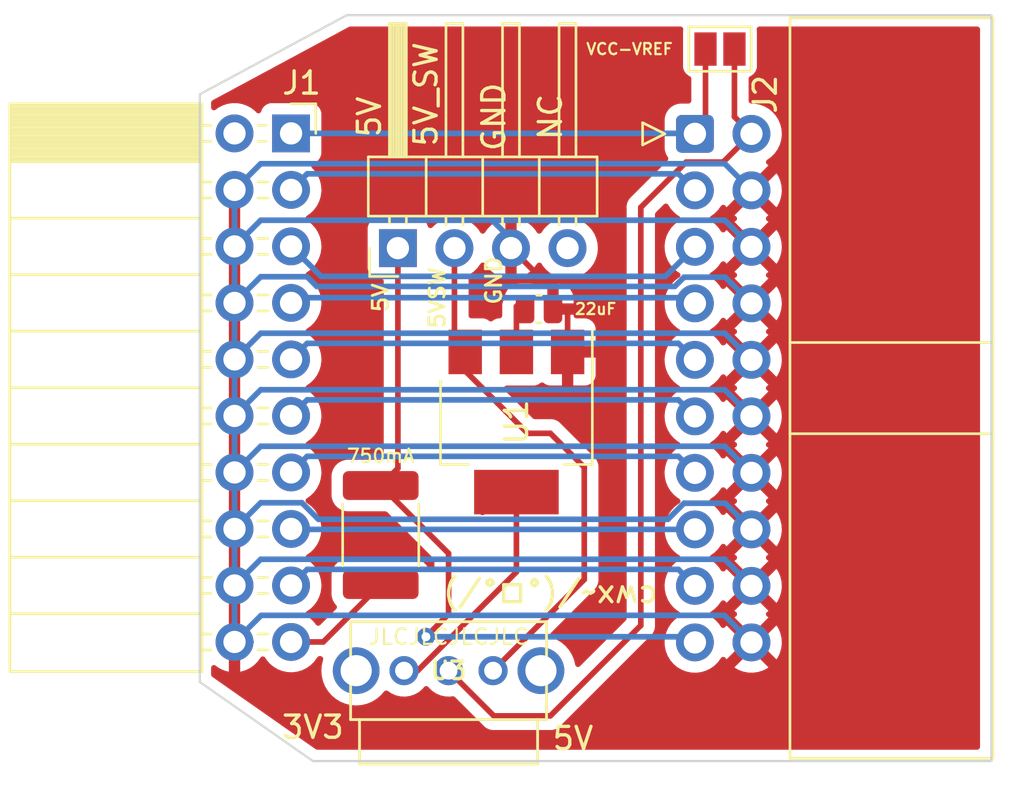
<source format=kicad_pcb>
(kicad_pcb (version 20211014) (generator pcbnew)
  (layers (0 "F.Cu" signal) (31 "B.Cu" signal) (34 "B.Paste" user) (35 "F.Paste" user) (36 "B.SilkS" user "B.Silkscreen") (37 "F.SilkS" user "F.Silkscreen") (38 "B.Mask" user) (39 "F.Mask" user) (44 "Edge.Cuts" user))
  (net 0 "")
  (net 1 "/VTref")
  (net 2 "/VCC")
  (net 3 "/nTRST")
  (net 4 "/GND")
  (net 5 "/TDI")
  (net 6 "/TMS")
  (net 7 "/TCK")
  (net 8 "/RTCK")
  (net 9 "/TDO")
  (net 10 "/nSRST")
  (net 11 "/DBGRQ")
  (net 12 "/5V")
  (net 13 "/3V3")
  (net 14 "/NC")
  (net 15 "/5V_SW")
  (net 17 "Net-(F1-Pad2)")
  (footprint "Resistor_SMD:R_1812_4532Metric_Pad1.30x3.40mm_HandSolder" (layer "F.Cu") (at 64.008 81.28 -90)
    (fp_text reference "750mA" (at -3.556 0) (layer "F.SilkS") (effects (font (size 0.6 0.6) (thickness 0.1))))
    (fp_text value "Polyfuse")
    (fp_line (start -1.386252 -1.71) (end 1.386252 -1.71) (layer "F.SilkS") (width 0.12))
    (fp_line (start -1.386252 1.71) (end 1.386252 1.71) (layer "F.SilkS") (width 0.12))
    (pad "1" smd roundrect (at -2.225 0 270) (size 1.3 3.4) (layers "F.Cu" "F.Paste" "F.Mask") (roundrect_rratio 0.1923076923) (net 12 "/5V"))
    (pad "2" smd roundrect (at 2.225 0 270) (size 1.3 3.4) (layers "F.Cu" "F.Paste" "F.Mask") (roundrect_rratio 0.1923076923) (net 17 "Net-(F1-Pad2)"))
  )
  (footprint "SK12D07VG4:SK12D07VG4" (layer "F.Cu") (at 67.056 87.376)
    (fp_text reference "U3" (at 0 0) (layer "F.SilkS") (effects (font (size 0.787402 0.787402))))
    (fp_text value "SK12D07VG4")
    (fp_line (start -4 4.2) (end 4 4.2) (layer "F.SilkS") (width 0.127))
    (fp_line (start 4.4 2.2) (end 4 2.2) (layer "F.SilkS") (width 0.127))
    (fp_line (start -4 2.2) (end -4.4 2.2) (layer "F.SilkS") (width 0.127))
    (fp_line (start 4 4.2) (end 4 2.2) (layer "F.SilkS") (width 0.127))
    (fp_line (start -4 2.2) (end -4 4.2) (layer "F.SilkS") (width 0.127))
    (fp_line (start -4.4 2.2) (end -4.4 -2.2) (layer "F.SilkS") (width 0.127))
    (fp_line (start -4.4 -2.2) (end 4.4 -2.2) (layer "F.SilkS") (width 0.127))
    (fp_line (start 4 2.2) (end -4 2.2) (layer "F.SilkS") (width 0.127))
    (fp_line (start 4.4 -2.2) (end 4.4 2.2) (layer "F.SilkS") (width 0.127))
    (pad "1" thru_hole circle locked (at -2 0) (size 1.308 1.308) (drill 0.8) (layers *.Cu *.Mask) (net 13 "/3V3"))
    (pad "2" thru_hole circle locked (at 2 0) (size 1.308 1.308) (drill 0.8) (layers *.Cu *.Mask) (net 15 "/5V_SW"))
    (pad "COM" thru_hole circle locked (at 0 0) (size 1.308 1.308) (drill 0.8) (layers *.Cu *.Mask) (net 2 "/VCC"))
    (pad "M1" thru_hole circle locked (at -4.15 0) (size 2.1 2.1) (drill 1.4) (layers *.Cu *.Mask))
    (pad "M2" thru_hole circle locked (at 4.15 0) (size 2.1 2.1) (drill 1.4) (layers *.Cu *.Mask))
  )
  (footprint "Capacitor_SMD:C_0504_1310Metric_Pad0.83x1.28mm_HandSolder" (layer "F.Cu") (at 71.12 71.122)
    (fp_text reference "22uF" (at 2.54 -0.002 180) (layer "F.SilkS") (effects (font (size 0.5 0.5) (thickness 0.1))))
    (fp_text value "22uF")
    (fp_line (start -0.101969 -0.62) (end 0.101969 -0.62) (layer "F.SilkS") (width 0.12))
    (fp_line (start -0.101969 0.62) (end 0.101969 0.62) (layer "F.SilkS") (width 0.12))
    (pad "1" smd roundrect (at -0.6275 0) (size 0.835 1.28) (layers "F.Cu" "F.Paste" "F.Mask") (net 13 "/3V3"))
    (pad "2" smd roundrect (at 0.6275 0) (size 0.835 1.28) (layers "F.Cu" "F.Paste" "F.Mask") (net 4 "/GND"))
  )
  (footprint "Connector_PinSocket_2.54mm:PinSocket_2x10_P2.54mm_Horizontal" (layer "F.Cu") (at 59.981 63.226)
    (fp_text reference "J1" (at 0.471 -2.266) (layer "F.SilkS"))
    (fp_text value "JLINK IN")
    (fp_line (start -12.63 0.089045) (end -4 0.089045) (layer "F.SilkS") (width 0.12))
    (fp_line (start -12.63 0.561425) (end -4 0.561425) (layer "F.SilkS") (width 0.12))
    (fp_line (start -1.49 7.26) (end -1.05 7.26) (layer "F.SilkS") (width 0.12))
    (fp_line (start -12.63 -0.619525) (end -4 -0.619525) (layer "F.SilkS") (width 0.12))
    (fp_line (start -12.63 -1.33) (end -12.63 24.19) (layer "F.SilkS") (width 0.12))
    (fp_line (start -12.63 0.797615) (end -4 0.797615) (layer "F.SilkS") (width 0.12))
    (fp_line (start -4 23.22) (end -3.59 23.22) (layer "F.SilkS") (width 0.12))
    (fp_line (start -1.49 -0.36) (end -1.11 -0.36) (layer "F.SilkS") (width 0.12))
    (fp_line (start -12.63 -1.21) (end -4 -1.21) (layer "F.SilkS") (width 0.12))
    (fp_line (start -4 20.68) (end -3.59 20.68) (layer "F.SilkS") (width 0.12))
    (fp_line (start -12.63 -0.50143) (end -4 -0.50143) (layer "F.SilkS") (width 0.12))
    (fp_line (start -12.63 -0.147145) (end -4 -0.147145) (layer "F.SilkS") (width 0.12))
    (fp_line (start -12.63 -1.091905) (end -4 -1.091905) (layer "F.SilkS") (width 0.12))
    (fp_line (start -4 15.6) (end -3.59 15.6) (layer "F.SilkS") (width 0.12))
    (fp_line (start -1.49 7.98) (end -1.05 7.98) (layer "F.SilkS") (width 0.12))
    (fp_line (start -4 -0.36) (end -3.59 -0.36) (layer "F.SilkS") (width 0.12))
    (fp_line (start -4 4.72) (end -3.59 4.72) (layer "F.SilkS") (width 0.12))
    (fp_line (start -12.63 13.97) (end -4 13.97) (layer "F.SilkS") (width 0.12))
    (fp_line (start -4 22.5) (end -3.59 22.5) (layer "F.SilkS") (width 0.12))
    (fp_line (start -12.63 16.51) (end -4 16.51) (layer "F.SilkS") (width 0.12))
    (fp_line (start -1.49 23.22) (end -1.05 23.22) (layer "F.SilkS") (width 0.12))
    (fp_line (start -1.49 9.8) (end -1.05 9.8) (layer "F.SilkS") (width 0.12))
    (fp_line (start -12.63 -0.26524) (end -4 -0.26524) (layer "F.SilkS") (width 0.12))
    (fp_line (start -4 10.52) (end -3.59 10.52) (layer "F.SilkS") (width 0.12))
    (fp_line (start -4 0.36) (end -3.59 0.36) (layer "F.SilkS") (width 0.12))
    (fp_line (start -12.63 19.05) (end -4 19.05) (layer "F.SilkS") (width 0.12))
    (fp_line (start -1.49 17.42) (end -1.05 17.42) (layer "F.SilkS") (width 0.12))
    (fp_line (start -12.63 1.1519) (end -4 1.1519) (layer "F.SilkS") (width 0.12))
    (fp_line (start -4 17.42) (end -3.59 17.42) (layer "F.SilkS") (width 0.12))
    (fp_line (start -4 9.8) (end -3.59 9.8) (layer "F.SilkS") (width 0.12))
    (fp_line (start -12.63 -0.73762) (end -4 -0.73762) (layer "F.SilkS") (width 0.12))
    (fp_line (start -1.49 15.6) (end -1.05 15.6) (layer "F.SilkS") (width 0.12))
    (fp_line (start -1.49 22.5) (end -1.05 22.5) (layer "F.SilkS") (width 0.12))
    (fp_line (start -1.49 13.06) (end -1.05 13.06) (layer "F.SilkS") (width 0.12))
    (fp_line (start -12.63 11.43) (end -4 11.43) (layer "F.SilkS") (width 0.12))
    (fp_line (start -12.63 21.59) (end -4 21.59) (layer "F.SilkS") (width 0.12))
    (fp_line (start -12.63 0.20714) (end -4 0.20714) (layer "F.SilkS") (width 0.12))
    (fp_line (start -12.63 6.35) (end -4 6.35) (layer "F.SilkS") (width 0.12))
    (fp_line (start -12.63 24.19) (end -4 24.19) (layer "F.SilkS") (width 0.12))
    (fp_line (start -4 5.44) (end -3.59 5.44) (layer "F.SilkS") (width 0.12))
    (fp_line (start 1.11 -1.33) (end 1.11 0) (layer "F.SilkS") (width 0.12))
    (fp_line (start -4 18.14) (end -3.59 18.14) (layer "F.SilkS") (width 0.12))
    (fp_line (start -4 2.9) (end -3.59 2.9) (layer "F.SilkS") (width 0.12))
    (fp_line (start -12.63 0.44333) (end -4 0.44333) (layer "F.SilkS") (width 0.12))
    (fp_line (start -4 19.96) (end -3.59 19.96) (layer "F.SilkS") (width 0.12))
    (fp_line (start -4 -1.33) (end -4 24.19) (layer "F.SilkS") (width 0.12))
    (fp_line (start -4 2.18) (end -3.59 2.18) (layer "F.SilkS") (width 0.12))
    (fp_line (start -4 7.98) (end -3.59 7.98) (layer "F.SilkS") (width 0.12))
    (fp_line (start 0 -1.33) (end 1.11 -1.33) (layer "F.SilkS") (width 0.12))
    (fp_line (start -1.49 2.18) (end -1.05 2.18) (layer "F.SilkS") (width 0.12))
    (fp_line (start -1.49 4.72) (end -1.05 4.72) (layer "F.SilkS") (width 0.12))
    (fp_line (start -12.63 -0.383335) (end -4 -0.383335) (layer "F.SilkS") (width 0.12))
    (fp_line (start -1.49 19.96) (end -1.05 19.96) (layer "F.SilkS") (width 0.12))
    (fp_line (start -12.63 8.89) (end -4 8.89) (layer "F.SilkS") (width 0.12))
    (fp_line (start -12.63 0.91571) (end -4 0.91571) (layer "F.SilkS") (width 0.12))
    (fp_line (start -1.49 12.34) (end -1.05 12.34) (layer "F.SilkS") (width 0.12))
    (fp_line (start -12.63 -0.855715) (end -4 -0.855715) (layer "F.SilkS") (width 0.12))
    (fp_line (start -12.63 0.325235) (end -4 0.325235) (layer "F.SilkS") (width 0.12))
    (fp_line (start -1.49 14.88) (end -1.05 14.88) (layer "F.SilkS") (width 0.12))
    (fp_line (start -1.49 20.68) (end -1.05 20.68) (layer "F.SilkS") (width 0.12))
    (fp_line (start -1.49 2.9) (end -1.05 2.9) (layer "F.SilkS") (width 0.12))
    (fp_line (start -4 14.88) (end -3.59 14.88) (layer "F.SilkS") (width 0.12))
    (fp_line (start -12.63 -0.97381) (end -4 -0.97381) (layer "F.SilkS") (width 0.12))
    (fp_line (start -1.49 0.36) (end -1.11 0.36) (layer "F.SilkS") (width 0.12))
    (fp_line (start -12.63 1.033805) (end -4 1.033805) (layer "F.SilkS") (width 0.12))
    (fp_line (start -12.63 3.81) (end -4 3.81) (layer "F.SilkS") (width 0.12))
    (fp_line (start -1.49 18.14) (end -1.05 18.14) (layer "F.SilkS") (width 0.12))
    (fp_line (start -4 12.34) (end -3.59 12.34) (layer "F.SilkS") (width 0.12))
    (fp_line (start -4 13.06) (end -3.59 13.06) (layer "F.SilkS") (width 0.12))
    (fp_line (start -4 7.26) (end -3.59 7.26) (layer "F.SilkS") (width 0.12))
    (fp_line (start -1.49 5.44) (end -1.05 5.44) (layer "F.SilkS") (width 0.12))
    (fp_line (start -12.63 0.67952) (end -4 0.67952) (layer "F.SilkS") (width 0.12))
    (fp_line (start -12.63 1.27) (end -4 1.27) (layer "F.SilkS") (width 0.12))
    (fp_line (start -1.49 10.52) (end -1.05 10.52) (layer "F.SilkS") (width 0.12))
    (fp_line (start -12.63 -1.33) (end -4 -1.33) (layer "F.SilkS") (width 0.12))
    (fp_line (start -12.63 -0.02905) (end -4 -0.02905) (layer "F.SilkS") (width 0.12))
    (pad "1" thru_hole rect (at 0 0) (size 1.7 1.7) (drill 1) (layers *.Cu *.Mask) (net 1 "/VTref"))
    (pad "2" thru_hole oval (at -2.54 0) (size 1.7 1.7) (drill 1) (layers *.Cu *.Mask) (net 14 "/NC"))
    (pad "3" thru_hole oval (at 0 2.54) (size 1.7 1.7) (drill 1) (layers *.Cu *.Mask) (net 3 "/nTRST"))
    (pad "4" thru_hole oval (at -2.54 2.54) (size 1.7 1.7) (drill 1) (layers *.Cu *.Mask) (net 4 "/GND"))
    (pad "5" thru_hole oval (at 0 5.08) (size 1.7 1.7) (drill 1) (layers *.Cu *.Mask) (net 5 "/TDI"))
    (pad "6" thru_hole oval (at -2.54 5.08) (size 1.7 1.7) (drill 1) (layers *.Cu *.Mask) (net 4 "/GND"))
    (pad "7" thru_hole oval (at 0 7.62) (size 1.7 1.7) (drill 1) (layers *.Cu *.Mask) (net 6 "/TMS"))
    (pad "8" thru_hole oval (at -2.54 7.62) (size 1.7 1.7) (drill 1) (layers *.Cu *.Mask) (net 4 "/GND"))
    (pad "9" thru_hole oval (at 0 10.16) (size 1.7 1.7) (drill 1) (layers *.Cu *.Mask) (net 7 "/TCK"))
    (pad "10" thru_hole oval (at -2.54 10.16) (size 1.7 1.7) (drill 1) (layers *.Cu *.Mask) (net 4 "/GND"))
    (pad "11" thru_hole oval (at 0 12.7) (size 1.7 1.7) (drill 1) (layers *.Cu *.Mask) (net 8 "/RTCK"))
    (pad "12" thru_hole oval (at -2.54 12.7) (size 1.7 1.7) (drill 1) (layers *.Cu *.Mask) (net 4 "/GND"))
    (pad "13" thru_hole oval (at 0 15.24) (size 1.7 1.7) (drill 1) (layers *.Cu *.Mask) (net 9 "/TDO"))
    (pad "14" thru_hole oval (at -2.54 15.24) (size 1.7 1.7) (drill 1) (layers *.Cu *.Mask) (net 4 "/GND"))
    (pad "15" thru_hole oval (at 0 17.78) (size 1.7 1.7) (drill 1) (layers *.Cu *.Mask) (net 10 "/nSRST"))
    (pad "16" thru_hole oval (at -2.54 17.78) (size 1.7 1.7) (drill 1) (layers *.Cu *.Mask) (net 4 "/GND"))
    (pad "17" thru_hole oval (at 0 20.32) (size 1.7 1.7) (drill 1) (layers *.Cu *.Mask) (net 11 "/DBGRQ"))
    (pad "18" thru_hole oval (at -2.54 20.32) (size 1.7 1.7) (drill 1) (layers *.Cu *.Mask) (net 4 "/GND"))
    (pad "19" thru_hole oval (at 0 22.86) (size 1.7 1.7) (drill 1) (layers *.Cu *.Mask) (net 17 "Net-(F1-Pad2)"))
    (pad "20" thru_hole oval (at -2.54 22.86) (size 1.7 1.7) (drill 1) (layers *.Cu *.Mask) (net 4 "/GND"))
  )
  (footprint "Connector_IDC:IDC-Header_2x10_P2.54mm_Horizontal" (layer "F.Cu") (at 78.122498 63.246)
    (fp_text reference "J2" (at 3.157502 -1.778 90) (layer "F.SilkS"))
    (fp_text value "Conn_02x10_Odd_Even")
    (fp_line (start 13.39 28.07) (end 4.27 28.07) (layer "F.SilkS") (width 0.12))
    (fp_line (start -2.35 -0.5) (end -2.35 0.5) (layer "F.SilkS") (width 0.12))
    (fp_line (start 4.27 28.07) (end 4.27 -5.21) (layer "F.SilkS") (width 0.12))
    (fp_line (start 4.27 13.48) (end 13.39 13.48) (layer "F.SilkS") (width 0.12))
    (fp_line (start -1.35 0) (end -2.35 -0.5) (layer "F.SilkS") (width 0.12))
    (fp_line (start 4.27 -5.21) (end 13.39 -5.21) (layer "F.SilkS") (width 0.12))
    (fp_line (start 4.27 9.38) (end 13.39 9.38) (layer "F.SilkS") (width 0.12))
    (fp_line (start -2.35 0.5) (end -1.35 0) (layer "F.SilkS") (width 0.12))
    (fp_line (start 13.39 -5.21) (end 13.39 28.07) (layer "F.SilkS") (width 0.12))
    (pad "1" thru_hole roundrect (at 0 0) (size 1.7 1.7) (drill 1) (layers *.Cu *.Mask) (roundrect_rratio 0.1470588235) (net 1 "/VTref"))
    (pad "2" thru_hole circle (at 2.54 0) (size 1.7 1.7) (drill 1) (layers *.Cu *.Mask) (net 2 "/VCC"))
    (pad "3" thru_hole circle (at 0 2.54) (size 1.7 1.7) (drill 1) (layers *.Cu *.Mask) (net 3 "/nTRST"))
    (pad "4" thru_hole circle (at 2.54 2.54) (size 1.7 1.7) (drill 1) (layers *.Cu *.Mask) (net 4 "/GND"))
    (pad "5" thru_hole circle (at 0 5.08) (size 1.7 1.7) (drill 1) (layers *.Cu *.Mask) (net 5 "/TDI"))
    (pad "6" thru_hole circle (at 2.54 5.08) (size 1.7 1.7) (drill 1) (layers *.Cu *.Mask) (net 4 "/GND"))
    (pad "7" thru_hole circle (at 0 7.62) (size 1.7 1.7) (drill 1) (layers *.Cu *.Mask) (net 6 "/TMS"))
    (pad "8" thru_hole circle (at 2.54 7.62) (size 1.7 1.7) (drill 1) (layers *.Cu *.Mask) (net 4 "/GND"))
    (pad "9" thru_hole circle (at 0 10.16) (size 1.7 1.7) (drill 1) (layers *.Cu *.Mask) (net 7 "/TCK"))
    (pad "10" thru_hole circle (at 2.54 10.16) (size 1.7 1.7) (drill 1) (layers *.Cu *.Mask) (net 4 "/GND"))
    (pad "11" thru_hole circle (at 0 12.7) (size 1.7 1.7) (drill 1) (layers *.Cu *.Mask) (net 8 "/RTCK"))
    (pad "12" thru_hole circle (at 2.54 12.7) (size 1.7 1.7) (drill 1) (layers *.Cu *.Mask) (net 4 "/GND"))
    (pad "13" thru_hole circle (at 0 15.24) (size 1.7 1.7) (drill 1) (layers *.Cu *.Mask) (net 9 "/TDO"))
    (pad "14" thru_hole circle (at 2.54 15.24) (size 1.7 1.7) (drill 1) (layers *.Cu *.Mask) (net 4 "/GND"))
    (pad "15" thru_hole circle (at 0 17.78) (size 1.7 1.7) (drill 1) (layers *.Cu *.Mask) (net 10 "/nSRST"))
    (pad "16" thru_hole circle (at 2.54 17.78) (size 1.7 1.7) (drill 1) (layers *.Cu *.Mask) (net 4 "/GND"))
    (pad "17" thru_hole circle (at 0 20.32) (size 1.7 1.7) (drill 1) (layers *.Cu *.Mask) (net 11 "/DBGRQ"))
    (pad "18" thru_hole circle (at 2.54 20.32) (size 1.7 1.7) (drill 1) (layers *.Cu *.Mask) (net 4 "/GND"))
    (pad "19" thru_hole circle (at 0 22.86) (size 1.7 1.7) (drill 1) (layers *.Cu *.Mask) (net 12 "/5V"))
    (pad "20" thru_hole circle (at 2.54 22.86) (size 1.7 1.7) (drill 1) (layers *.Cu *.Mask) (net 4 "/GND"))
  )
  (footprint "Connector_PinHeader_2.54mm:PinHeader_1x04_P2.54mm_Horizontal" (layer "F.Cu") (at 64.78 68.383 90)
    (fp_text reference "J3" hide)
    (fp_text value "Conn_01x04_Male")
    (fp_line (start 1.042929 4.7) (end 1.44 4.7) (layer "F.SilkS") (width 0.12))
    (fp_line (start 1.11 -0.38) (end 1.44 -0.38) (layer "F.SilkS") (width 0.12))
    (fp_line (start 4.1 7.24) (end 10.1 7.24) (layer "F.SilkS") (width 0.12))
    (fp_line (start 10.1 2.16) (end 10.1 2.92) (layer "F.SilkS") (width 0.12))
    (fp_line (start 1.44 3.81) (end 4.1 3.81) (layer "F.SilkS") (width 0.12))
    (fp_line (start 4.1 8.95) (end 4.1 -1.33) (layer "F.SilkS") (width 0.12))
    (fp_line (start 1.44 6.35) (end 4.1 6.35) (layer "F.SilkS") (width 0.12))
    (fp_line (start 1.11 0.38) (end 1.44 0.38) (layer "F.SilkS") (width 0.12))
    (fp_line (start 10.1 4.7) (end 10.1 5.46) (layer "F.SilkS") (width 0.12))
    (fp_line (start 4.1 -0.38) (end 10.1 -0.38) (layer "F.SilkS") (width 0.12))
    (fp_line (start 10.1 -0.38) (end 10.1 0.38) (layer "F.SilkS") (width 0.12))
    (fp_line (start 1.042929 5.46) (end 1.44 5.46) (layer "F.SilkS") (width 0.12))
    (fp_line (start 1.042929 8) (end 1.44 8) (layer "F.SilkS") (width 0.12))
    (fp_line (start 4.1 4.7) (end 10.1 4.7) (layer "F.SilkS") (width 0.12))
    (fp_line (start 10.1 2.92) (end 4.1 2.92) (layer "F.SilkS") (width 0.12))
    (fp_line (start 10.1 7.24) (end 10.1 8) (layer "F.SilkS") (width 0.12))
    (fp_line (start 1.042929 7.24) (end 1.44 7.24) (layer "F.SilkS") (width 0.12))
    (fp_line (start 10.1 0.38) (end 4.1 0.38) (layer "F.SilkS") (width 0.12))
    (fp_line (start 1.44 -1.33) (end 1.44 8.95) (layer "F.SilkS") (width 0.12))
    (fp_line (start 4.1 0.16) (end 10.1 0.16) (layer "F.SilkS") (width 0.12))
    (fp_line (start 1.042929 2.92) (end 1.44 2.92) (layer "F.SilkS") (width 0.12))
    (fp_line (start 4.1 -0.2) (end 10.1 -0.2) (layer "F.SilkS") (width 0.12))
    (fp_line (start 10.1 5.46) (end 4.1 5.46) (layer "F.SilkS") (width 0.12))
    (fp_line (start 4.1 -1.33) (end 1.44 -1.33) (layer "F.SilkS") (width 0.12))
    (fp_line (start 4.1 -0.08) (end 10.1 -0.08) (layer "F.SilkS") (width 0.12))
    (fp_line (start 1.44 8.95) (end 4.1 8.95) (layer "F.SilkS") (width 0.12))
    (fp_line (start 4.1 -0.32) (end 10.1 -0.32) (layer "F.SilkS") (width 0.12))
    (fp_line (start 4.1 0.04) (end 10.1 0.04) (layer "F.SilkS") (width 0.12))
    (fp_line (start 4.1 0.28) (end 10.1 0.28) (layer "F.SilkS") (width 0.12))
    (fp_line (start 1.042929 2.16) (end 1.44 2.16) (layer "F.SilkS") (width 0.12))
    (fp_line (start 10.1 8) (end 4.1 8) (layer "F.SilkS") (width 0.12))
    (fp_line (start 1.44 1.27) (end 4.1 1.27) (layer "F.SilkS") (width 0.12))
    (fp_line (start 4.1 2.16) (end 10.1 2.16) (layer "F.SilkS") (width 0.12))
    (fp_line (start -1.27 -1.27) (end 0 -1.27) (layer "F.SilkS") (width 0.12))
    (fp_line (start -1.27 0) (end -1.27 -1.27) (layer "F.SilkS") (width 0.12))
    (pad "1" thru_hole rect (at 0 0 90) (size 1.7 1.7) (drill 1) (layers *.Cu *.Mask) (net 12 "/5V"))
    (pad "2" thru_hole oval (at 0 2.54 90) (size 1.7 1.7) (drill 1) (layers *.Cu *.Mask) (net 15 "/5V_SW"))
    (pad "3" thru_hole oval (at 0 5.08 90) (size 1.7 1.7) (drill 1) (layers *.Cu *.Mask) (net 4 "/GND"))
    (pad "4" thru_hole oval (at 0 7.62 90) (size 1.7 1.7) (drill 1) (layers *.Cu *.Mask))
  )
  (footprint "Jumper:SolderJumper-2_P1.3mm_Open_Pad1.0x1.5mm" (layer "F.Cu") (at 79.248 59.436)
    (fp_text reference "VCC-VREF" (at -4.064 0 180) (layer "F.SilkS") (effects (font (size 0.5 0.5) (thickness 0.1))))
    (fp_text value "SolderJumper_2_Open")
    (fp_line (start 1.4 -1) (end 1.4 1) (layer "F.SilkS") (width 0.12))
    (fp_line (start -1.4 -1) (end 1.4 -1) (layer "F.SilkS") (width 0.12))
    (fp_line (start -1.4 1) (end -1.4 -1) (layer "F.SilkS") (width 0.12))
    (fp_line (start 1.4 1) (end -1.4 1) (layer "F.SilkS") (width 0.12))
    (pad "1" smd rect (at -0.65 0) (size 1 1.5) (layers "F.Cu" "F.Mask") (net 1 "/VTref"))
    (pad "2" smd rect (at 0.65 0) (size 1 1.5) (layers "F.Cu" "F.Mask") (net 2 "/VCC"))
  )
  (footprint "Package_TO_SOT_SMD:SOT-223-3_TabPin2" (layer "F.Cu") (at 70.104 76.2 -90)
    (fp_text reference "U1" (at 0 0 90) (layer "F.SilkS"))
    (fp_text value "AMS1117-3.3")
    (fp_line (start -4.1 -3.41) (end 1.91 -3.41) (layer "F.SilkS") (width 0.12))
    (fp_line (start 1.91 -3.41) (end 1.91 -2.15) (layer "F.SilkS") (width 0.12))
    (fp_line (start 1.91 3.41) (end 1.91 2.15) (layer "F.SilkS") (width 0.12))
    (fp_line (start -1.85 3.41) (end 1.91 3.41) (layer "F.SilkS") (width 0.12))
    (pad "1" smd rect (at -3.15 -2.3 270) (size 2 1.5) (layers "F.Cu" "F.Paste" "F.Mask") (net 4 "/GND"))
    (pad "2" smd rect (at -3.15 0 270) (size 2 1.5) (layers "F.Cu" "F.Paste" "F.Mask") (net 13 "/3V3"))
    (pad "2" smd rect (at 3.15 0 270) (size 2 3.8) (layers "F.Cu" "F.Paste" "F.Mask") (net 13 "/3V3"))
    (pad "3" smd rect (at -3.15 2.3 270) (size 2 1.5) (layers "F.Cu" "F.Paste" "F.Mask") (net 15 "/5V_SW"))
  )
  (gr_line (start 62.484 57.912) (end 91.44 57.912) (layer "Edge.Cuts") (width 0.1))
  (gr_line (start 60.96 91.44) (end 55.88 87.884) (layer "Edge.Cuts") (width 0.1))
  (gr_line (start 55.88 87.884) (end 55.88 61.468) (layer "Edge.Cuts") (width 0.1))
  (gr_line (start 91.44 91.44) (end 60.96 91.44) (layer "Edge.Cuts") (width 0.1))
  (gr_line (start 91.44 57.912) (end 91.44 91.44) (layer "Edge.Cuts") (width 0.1))
  (gr_line (start 55.88 61.468) (end 62.484 57.912) (layer "Edge.Cuts") (width 0.1))
  (gr_text "(/°□°)/~xʍɔ" (at 71.628 83.82) (layer "F.SilkS") (effects (font (size 1 1))))
  (gr_text "GND	" (at 69.088 69.596 90) (layer "F.SilkS") (effects (font (size 0.7 0.7) (thickness 0.125))))
  (gr_text "NC" (at 71.628 62.484 90) (layer "F.SilkS") (effects (font (size 1 1))))
  (gr_text "GND" (at 69.088 62.484 90) (layer "F.SilkS") (effects (font (size 1 1))))
  (gr_text "5V" (at 64.008 70.612 90) (layer "F.SilkS") (effects (font (size 0.7 0.7) (thickness 0.125))))
  (gr_text "5V_SW\n" (at 66.04 61.468 90) (layer "F.SilkS") (effects (font (size 1 1))))
  (gr_text "5VSW" (at 66.548 70.612 90) (layer "F.SilkS") (effects (font (size 0.7 0.7) (thickness 0.125))))
  (gr_text "5V" (at 72.644 90.424) (layer "F.SilkS") (effects (font (size 1 1))))
  (gr_text "5V" (at 63.5 62.484 90) (layer "F.SilkS") (effects (font (size 1 1))))
  (gr_text "JLCJLCJLCJLC\n" (at 67.056 85.852) (layer "F.SilkS") (effects (font (size 0.7 0.7) (thickness 0.1))))
  (gr_text "3V3" (at 60.96 89.916) (layer "F.SilkS") (effects (font (size 1 1))))
  (segment (start 78.598 62.770498) (end 78.598 59.436) (width 0.254) (layer "F.Cu") (net 1))
  (segment (start 78.122498 63.246) (end 78.598 62.770498) (width 0.254) (layer "F.Cu") (net 1))
  (segment (start 78.102498 63.226) (end 78.122498 63.246) (width 0.254) (layer "B.Cu") (net 1))
  (segment (start 59.981 63.226) (end 78.102498 63.226) (width 0.254) (layer "B.Cu") (net 1))
  (segment (start 79.392498 64.516) (end 80.662498 63.246) (width 0.254) (layer "F.Cu") (net 2))
  (segment (start 75.692 85.344) (end 75.692 66.551968) (width 0.254) (layer "F.Cu") (net 2))
  (segment (start 79.898 59.436) (end 79.898 62.481502) (width 0.254) (layer "F.Cu") (net 2))
  (segment (start 67.056 87.376) (end 69.088 89.408) (width 0.254) (layer "F.Cu") (net 2))
  (segment (start 79.898 62.481502) (end 80.341472 62.924974) (width 0.254) (layer "F.Cu") (net 2))
  (segment (start 71.628 89.408) (end 75.692 85.344) (width 0.254) (layer "F.Cu") (net 2))
  (segment (start 75.692 66.551968) (end 77.727968 64.516) (width 0.254) (layer "F.Cu") (net 2))
  (segment (start 69.088 89.408) (end 71.628 89.408) (width 0.254) (layer "F.Cu") (net 2))
  (segment (start 77.727968 64.516) (end 79.392498 64.516) (width 0.254) (layer "F.Cu") (net 2))
  (segment (start 77.868498 65.532) (end 78.122498 65.786) (width 0.25) (layer "B.Cu") (net 3))
  (segment (start 77.379498 65.043) (end 78.122498 65.786) (width 0.254) (layer "B.Cu") (net 3))
  (segment (start 60.704 65.043) (end 77.379498 65.043) (width 0.254) (layer "B.Cu") (net 3))
  (segment (start 59.981 65.766) (end 60.704 65.043) (width 0.254) (layer "B.Cu") (net 3))
  (segment (start 71.7475 70.612) (end 71.7475 70.2705) (width 0.254) (layer "F.Cu") (net 4))
  (segment (start 72.404 73.05) (end 72.404 71.2685) (width 0.254) (layer "F.Cu") (net 4))
  (segment (start 72.404 71.2685) (end 71.7475 70.612) (width 0.254) (layer "F.Cu") (net 4))
  (segment (start 71.7475 70.2705) (end 69.86 68.383) (width 0.254) (layer "F.Cu") (net 4))
  (segment (start 79.446498 84.89) (end 80.662498 86.106) (width 0.254) (layer "B.Cu") (net 4))
  (segment (start 57.441 81.006) (end 57.441 83.546) (width 0.254) (layer "B.Cu") (net 4))
  (segment (start 57.441 78.466) (end 57.441 81.006) (width 0.254) (layer "B.Cu") (net 4))
  (segment (start 79.465498 82.369) (end 80.662498 83.566) (width 0.254) (layer "B.Cu") (net 4))
  (segment (start 57.441 70.846) (end 57.441 73.386) (width 0.254) (layer "B.Cu") (net 4))
  (segment (start 57.441 65.766) (end 57.441 68.306) (width 0.254) (layer "B.Cu") (net 4))
  (segment (start 79.465498 77.289) (end 80.662498 78.486) (width 0.254) (layer "B.Cu") (net 4))
  (segment (start 57.441 83.546) (end 57.441 86.086) (width 0.254) (layer "B.Cu") (net 4))
  (segment (start 57.441 86.086) (end 58.186 86.086) (width 0.254) (layer "B.Cu") (net 4))
  (segment (start 57.441 68.306) (end 57.441 70.846) (width 0.254) (layer "B.Cu") (net 4))
  (segment (start 69.86 68.383) (end 69.86 67.974) (width 0.254) (layer "B.Cu") (net 4))
  (segment (start 69.86 67.974) (end 69.015 67.129) (width 0.254) (layer "B.Cu") (net 4))
  (segment (start 57.441 70.846) (end 58.618 69.669) (width 0.254) (layer "B.Cu") (net 4))
  (segment (start 57.441 78.466) (end 58.618 77.289) (width 0.254) (layer "B.Cu") (net 4))
  (segment (start 60.46853 79.829) (end 61.21153 80.572) (width 0.254) (layer "B.Cu") (net 4))
  (segment (start 60.701948 69.669) (end 61.138932 70.105984) (width 0.254) (layer "B.Cu") (net 4))
  (segment (start 76.911968 80.572) (end 77.634968 79.849) (width 0.254) (layer "B.Cu") (net 4))
  (segment (start 79.485498 79.849) (end 80.662498 81.026) (width 0.254) (layer "B.Cu") (net 4))
  (segment (start 58.618 79.829) (end 60.46853 79.829) (width 0.254) (layer "B.Cu") (net 4))
  (segment (start 77.634968 69.689) (end 79.485498 69.689) (width 0.254) (layer "B.Cu") (net 4))
  (segment (start 58.618 82.369) (end 79.465498 82.369) (width 0.254) (layer "B.Cu") (net 4))
  (segment (start 79.465498 72.209) (end 80.662498 73.406) (width 0.254) (layer "B.Cu") (net 4))
  (segment (start 79.465498 64.589) (end 80.662498 65.786) (width 0.254) (layer "B.Cu") (net 4))
  (segment (start 58.618 69.669) (end 60.701948 69.669) (width 0.254) (layer "B.Cu") (net 4))
  (segment (start 61.138932 70.105984) (end 77.217984 70.105984) (width 0.254) (layer "B.Cu") (net 4))
  (segment (start 58.618 64.589) (end 79.465498 64.589) (width 0.254) (layer "B.Cu") (net 4))
  (segment (start 58.637 84.89) (end 79.446498 84.89) (width 0.254) (layer "B.Cu") (net 4))
  (segment (start 57.441 68.306) (end 58.618 67.129) (width 0.254) (layer "B.Cu") (net 4))
  (segment (start 61.21153 80.572) (end 76.911968 80.572) (width 0.254) (layer "B.Cu") (net 4))
  (segment (start 79.485498 69.689) (end 80.662498 70.866) (width 0.254) (layer "B.Cu") (net 4))
  (segment (start 57.441 83.546) (end 58.618 82.369) (width 0.254) (layer "B.Cu") (net 4))
  (segment (start 79.465498 67.129) (end 80.662498 68.326) (width 0.254) (layer "B.Cu") (net 4))
  (segment (start 58.618 72.209) (end 79.465498 72.209) (width 0.254) (layer "B.Cu") (net 4))
  (segment (start 57.441 65.766) (end 58.618 64.589) (width 0.254) (layer "B.Cu") (net 4))
  (segment (start 58.618 67.129) (end 69.015 67.129) (width 0.254) (layer "B.Cu") (net 4))
  (segment (start 77.634968 79.849) (end 79.485498 79.849) (width 0.254) (layer "B.Cu") (net 4))
  (segment (start 57.441 75.926) (end 58.618 74.749) (width 0.254) (layer "B.Cu") (net 4))
  (segment (start 57.441 73.386) (end 58.618 72.209) (width 0.254) (layer "B.Cu") (net 4))
  (segment (start 57.441 86.086) (end 58.637 84.89) (width 0.254) (layer "B.Cu") (net 4))
  (segment (start 57.441 75.926) (end 57.441 78.466) (width 0.254) (layer "B.Cu") (net 4))
  (segment (start 69.015 67.129) (end 79.465498 67.129) (width 0.254) (layer "B.Cu") (net 4))
  (segment (start 57.441 73.386) (end 57.441 75.926) (width 0.254) (layer "B.Cu") (net 4))
  (segment (start 57.441 81.006) (end 58.618 79.829) (width 0.254) (layer "B.Cu") (net 4))
  (segment (start 79.465498 74.749) (end 80.662498 75.946) (width 0.254) (layer "B.Cu") (net 4))
  (segment (start 58.618 77.289) (end 79.465498 77.289) (width 0.254) (layer "B.Cu") (net 4))
  (segment (start 77.217984 70.105984) (end 77.634968 69.689) (width 0.254) (layer "B.Cu") (net 4))
  (segment (start 58.618 74.749) (end 79.465498 74.749) (width 0.254) (layer "B.Cu") (net 4))
  (segment (start 61.326984 69.651984) (end 76.796514 69.651984) (width 0.254) (layer "B.Cu") (net 5))
  (segment (start 76.796514 69.651984) (end 78.122498 68.326) (width 0.254) (layer "B.Cu") (net 5))
  (segment (start 59.981 68.306) (end 61.326984 69.651984) (width 0.254) (layer "B.Cu") (net 5))
  (segment (start 77.868498 70.612) (end 78.122498 70.866) (width 0.254) (layer "B.Cu") (net 6))
  (segment (start 59.981 70.846) (end 60.215 70.612) (width 0.254) (layer "B.Cu") (net 6))
  (segment (start 60.215 70.612) (end 77.868498 70.612) (width 0.254) (layer "B.Cu") (net 6))
  (segment (start 59.981 73.386) (end 60.704 72.663) (width 0.254) (layer "B.Cu") (net 7))
  (segment (start 60.704 72.663) (end 77.379498 72.663) (width 0.254) (layer "B.Cu") (net 7))
  (segment (start 77.379498 72.663) (end 78.122498 73.406) (width 0.254) (layer "B.Cu") (net 7))
  (segment (start 60.704 75.203) (end 77.379498 75.203) (width 0.254) (layer "B.Cu") (net 8))
  (segment (start 77.379498 75.203) (end 78.122498 75.946) (width 0.254) (layer "B.Cu") (net 8))
  (segment (start 59.981 75.926) (end 60.704 75.203) (width 0.254) (layer "B.Cu") (net 8))
  (segment (start 78.122498 78.486) (end 77.379498 77.743) (width 0.254) (layer "B.Cu") (net 9))
  (segment (start 60.704 77.743) (end 59.981 78.466) (width 0.254) (layer "B.Cu") (net 9))
  (segment (start 77.379498 77.743) (end 60.704 77.743) (width 0.254) (layer "B.Cu") (net 9))
  (segment (start 60.001 81.026) (end 59.981 81.006) (width 0.254) (layer "B.Cu") (net 10))
  (segment (start 78.122498 81.026) (end 60.001 81.026) (width 0.254) (layer "B.Cu") (net 10))
  (segment (start 78.122498 83.566) (end 77.379498 82.823) (width 0.254) (layer "B.Cu") (net 11))
  (segment (start 60.704 82.823) (end 59.981 83.546) (width 0.254) (layer "B.Cu") (net 11))
  (segment (start 77.379498 82.823) (end 60.704 82.823) (width 0.254) (layer "B.Cu") (net 11))
  (segment (start 64.008 79.055) (end 67.056 82.103) (width 0.254) (layer "F.Cu") (net 12))
  (segment (start 64.008 79.055) (end 64.78 78.283) (width 0.254) (layer "F.Cu") (net 12))
  (segment (start 67.056 82.103) (end 67.056 84.836) (width 0.254) (layer "F.Cu") (net 12))
  (segment (start 64.78 78.283) (end 64.78 68.383) (width 0.254) (layer "F.Cu") (net 12))
  (segment (start 64.78 68.383) (end 64.713 68.383) (width 0.254) (layer "F.Cu") (net 12))
  (segment (start 67.056 84.836) (end 66.04 85.852) (width 0.254) (layer "F.Cu") (net 12))
  (via (at 66.04 85.852) (size 0.8) (drill 0.4) (layers "F.Cu" "B.Cu") (net 12))
  (segment (start 66.04 85.852) (end 77.868498 85.852) (width 0.254) (layer "B.Cu") (net 12))
  (segment (start 77.868498 85.852) (end 78.122498 86.106) (width 0.254) (layer "B.Cu") (net 12))
  (segment (start 70.104 82.940656) (end 65.668656 87.376) (width 0.254) (layer "F.Cu") (net 13))
  (segment (start 70.104 71.0005) (end 70.104 73.05) (width 0.254) (layer "F.Cu") (net 13))
  (segment (start 70.104 79.35) (end 70.104 82.940656) (width 0.254) (layer "F.Cu") (net 13))
  (segment (start 68.58 80.264) (end 69.596 79.248) (width 0.254) (layer "F.Cu") (net 13))
  (segment (start 65.668656 87.376) (end 65.056 87.376) (width 0.254) (layer "F.Cu") (net 13))
  (segment (start 70.4925 70.612) (end 70.104 71.0005) (width 0.254) (layer "F.Cu") (net 13))
  (segment (start 67.32 68.383) (end 67.32 72.566) (width 0.254) (layer "F.Cu") (net 15))
  (segment (start 73.152 78.232) (end 73.152 83.28) (width 0.254) (layer "F.Cu") (net 15))
  (segment (start 67.804 73.9) (end 70.612 76.708) (width 0.254) (layer "F.Cu") (net 15))
  (segment (start 67.32 72.566) (end 67.804 73.05) (width 0.254) (layer "F.Cu") (net 15))
  (segment (start 73.152 83.28) (end 69.056 87.376) (width 0.254) (layer "F.Cu") (net 15))
  (segment (start 71.628 76.708) (end 73.152 78.232) (width 0.254) (layer "F.Cu") (net 15))
  (segment (start 70.612 76.708) (end 71.628 76.708) (width 0.254) (layer "F.Cu") (net 15))
  (segment (start 67.804 73.05) (end 67.804 73.9) (width 0.254) (layer "F.Cu") (net 15))
  (segment (start 61.427 86.086) (end 64.008 83.505) (width 0.254) (layer "F.Cu") (net 17))
  (segment (start 59.981 86.086) (end 61.427 86.086) (width 0.254) (layer "F.Cu") (net 17))
  (zone (net 4) (net_name "/GND") (layer "F.Cu") (connect_pads (clearance 0.508)) (min_thickness 0.254) (fill yes (thermal_gap 0.508) (thermal_bridge_width 0.508))
    (polygon (pts (xy 91.44 91.44) (xy 60.96 91.44) (xy 55.88 87.884) (xy 55.88 61.468) (xy 62.484 57.912) (xy 91.44 57.912)))
  )
)
</source>
